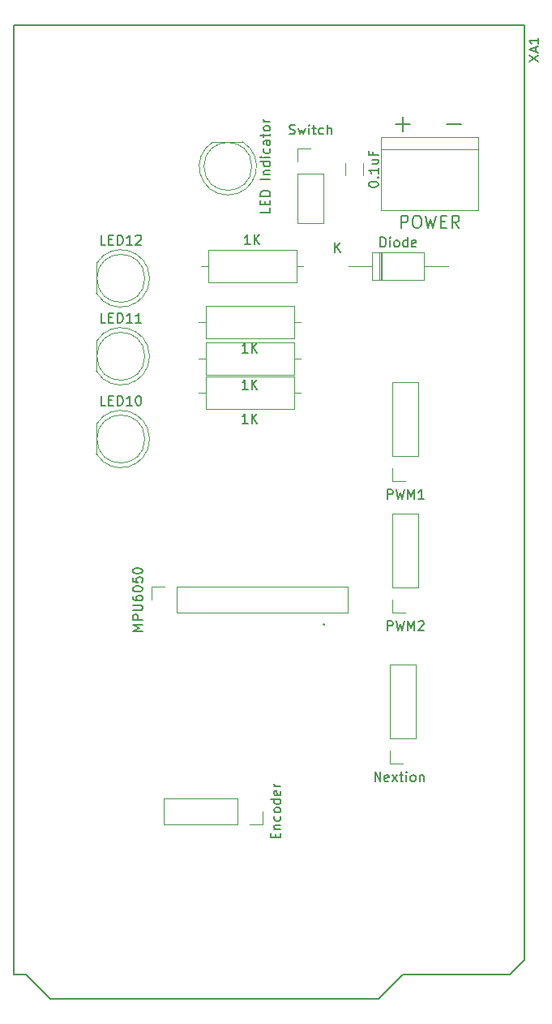
<source format=gbr>
G04 #@! TF.GenerationSoftware,KiCad,Pcbnew,(5.1.2)-2*
G04 #@! TF.CreationDate,2020-09-08T11:20:29+07:00*
G04 #@! TF.ProjectId,Balancing_Robot,42616c61-6e63-4696-9e67-5f526f626f74,rev?*
G04 #@! TF.SameCoordinates,Original*
G04 #@! TF.FileFunction,Legend,Top*
G04 #@! TF.FilePolarity,Positive*
%FSLAX46Y46*%
G04 Gerber Fmt 4.6, Leading zero omitted, Abs format (unit mm)*
G04 Created by KiCad (PCBNEW (5.1.2)-2) date 2020-09-08 11:20:29*
%MOMM*%
%LPD*%
G04 APERTURE LIST*
%ADD10C,0.150000*%
%ADD11C,0.120000*%
G04 APERTURE END LIST*
D10*
X107442095Y-72278857D02*
X108965904Y-72278857D01*
X102108095Y-72278857D02*
X103631904Y-72278857D01*
X102870000Y-73040761D02*
X102870000Y-71516952D01*
X115570000Y-61976000D02*
X115570000Y-159512000D01*
X62230000Y-61976000D02*
X62230000Y-161036000D01*
X115570000Y-159512000D02*
X114046000Y-161036000D01*
X62230000Y-161036000D02*
X63500000Y-161036000D01*
X63500000Y-161036000D02*
X66040000Y-163576000D01*
X66040000Y-163576000D02*
X100330000Y-163576000D01*
X100330000Y-163576000D02*
X102870000Y-161036000D01*
X102870000Y-161036000D02*
X114046000Y-161036000D01*
X115570000Y-61976000D02*
X62230000Y-61976000D01*
D11*
X98710000Y-76353000D02*
X98710000Y-77611000D01*
X96870000Y-76353000D02*
X96870000Y-77611000D01*
X70846000Y-86847000D02*
X70846000Y-89937000D01*
X75906000Y-88392000D02*
G75*
G03X75906000Y-88392000I-2500000J0D01*
G01*
X76396000Y-88392462D02*
G75*
G03X70846000Y-86847170I-2990000J462D01*
G01*
X76396000Y-88391538D02*
G75*
G02X70846000Y-89936830I-2990000J-462D01*
G01*
X76396000Y-96519538D02*
G75*
G02X70846000Y-98064830I-2990000J-462D01*
G01*
X76396000Y-96520462D02*
G75*
G03X70846000Y-94975170I-2990000J462D01*
G01*
X75906000Y-96520000D02*
G75*
G03X75906000Y-96520000I-2500000J0D01*
G01*
X70846000Y-94975000D02*
X70846000Y-98065000D01*
X70846000Y-103611000D02*
X70846000Y-106701000D01*
X75906000Y-105156000D02*
G75*
G03X75906000Y-105156000I-2500000J0D01*
G01*
X76396000Y-105156462D02*
G75*
G03X70846000Y-103611170I-2990000J462D01*
G01*
X76396000Y-105155538D02*
G75*
G02X70846000Y-106700830I-2990000J-462D01*
G01*
X99642000Y-85652000D02*
X99642000Y-88592000D01*
X99642000Y-88592000D02*
X105082000Y-88592000D01*
X105082000Y-88592000D02*
X105082000Y-85652000D01*
X105082000Y-85652000D02*
X99642000Y-85652000D01*
X97152000Y-87122000D02*
X99642000Y-87122000D01*
X107572000Y-87122000D02*
X105082000Y-87122000D01*
X100542000Y-85652000D02*
X100542000Y-88592000D01*
X100662000Y-85652000D02*
X100662000Y-88592000D01*
X100422000Y-85652000D02*
X100422000Y-88592000D01*
X84582462Y-79698000D02*
G75*
G02X83037170Y-74148000I-462J2990000D01*
G01*
X84581538Y-79698000D02*
G75*
G03X86126830Y-74148000I462J2990000D01*
G01*
X87082000Y-76708000D02*
G75*
G03X87082000Y-76708000I-2500000J0D01*
G01*
X86127000Y-74148000D02*
X83037000Y-74148000D01*
X103124000Y-123250000D02*
X101794000Y-123250000D01*
X101794000Y-123250000D02*
X101794000Y-121920000D01*
X101794000Y-120650000D02*
X101794000Y-112970000D01*
X104454000Y-112970000D02*
X101794000Y-112970000D01*
X104454000Y-120650000D02*
X104454000Y-112970000D01*
X104454000Y-120650000D02*
X101794000Y-120650000D01*
X91888000Y-82610000D02*
X94548000Y-82610000D01*
X91888000Y-77470000D02*
X91888000Y-82610000D01*
X94548000Y-77470000D02*
X94548000Y-82610000D01*
X91888000Y-77470000D02*
X94548000Y-77470000D01*
X91888000Y-76200000D02*
X91888000Y-74870000D01*
X91888000Y-74870000D02*
X93218000Y-74870000D01*
X100584000Y-74930000D02*
X110744000Y-74930000D01*
X100584000Y-73660000D02*
X100584000Y-81280000D01*
X100584000Y-81280000D02*
X110744000Y-81280000D01*
X110744000Y-81280000D02*
X110744000Y-73660000D01*
X110744000Y-73660000D02*
X100584000Y-73660000D01*
X104454000Y-106934000D02*
X101794000Y-106934000D01*
X104454000Y-106934000D02*
X104454000Y-99254000D01*
X104454000Y-99254000D02*
X101794000Y-99254000D01*
X101794000Y-106934000D02*
X101794000Y-99254000D01*
X101794000Y-109534000D02*
X101794000Y-108204000D01*
X103124000Y-109534000D02*
X101794000Y-109534000D01*
X88198000Y-144018000D02*
X88198000Y-145348000D01*
X88198000Y-145348000D02*
X86868000Y-145348000D01*
X85598000Y-145348000D02*
X77918000Y-145348000D01*
X77918000Y-142688000D02*
X77918000Y-145348000D01*
X85598000Y-142688000D02*
X77918000Y-142688000D01*
X85598000Y-142688000D02*
X85598000Y-145348000D01*
X79248000Y-123250000D02*
X79248000Y-120590000D01*
X79248000Y-123250000D02*
X97088000Y-123250000D01*
X97088000Y-123250000D02*
X97088000Y-120590000D01*
X79248000Y-120590000D02*
X97088000Y-120590000D01*
X76648000Y-120590000D02*
X77978000Y-120590000D01*
X76648000Y-121920000D02*
X76648000Y-120590000D01*
X104200000Y-136398000D02*
X101540000Y-136398000D01*
X104200000Y-136398000D02*
X104200000Y-128718000D01*
X104200000Y-128718000D02*
X101540000Y-128718000D01*
X101540000Y-136398000D02*
X101540000Y-128718000D01*
X101540000Y-138998000D02*
X101540000Y-137668000D01*
X102870000Y-138998000D02*
X101540000Y-138998000D01*
X91488000Y-94684000D02*
X91488000Y-91244000D01*
X91488000Y-91244000D02*
X82248000Y-91244000D01*
X82248000Y-91244000D02*
X82248000Y-94684000D01*
X82248000Y-94684000D02*
X91488000Y-94684000D01*
X92178000Y-92964000D02*
X91488000Y-92964000D01*
X81558000Y-92964000D02*
X82248000Y-92964000D01*
X81558000Y-96774000D02*
X82248000Y-96774000D01*
X92178000Y-96774000D02*
X91488000Y-96774000D01*
X82248000Y-98494000D02*
X91488000Y-98494000D01*
X82248000Y-95054000D02*
X82248000Y-98494000D01*
X91488000Y-95054000D02*
X82248000Y-95054000D01*
X91488000Y-98494000D02*
X91488000Y-95054000D01*
X91488000Y-102050000D02*
X91488000Y-98610000D01*
X91488000Y-98610000D02*
X82248000Y-98610000D01*
X82248000Y-98610000D02*
X82248000Y-102050000D01*
X82248000Y-102050000D02*
X91488000Y-102050000D01*
X92178000Y-100330000D02*
X91488000Y-100330000D01*
X81558000Y-100330000D02*
X82248000Y-100330000D01*
X92432000Y-87122000D02*
X91742000Y-87122000D01*
X81812000Y-87122000D02*
X82502000Y-87122000D01*
X91742000Y-85402000D02*
X82502000Y-85402000D01*
X91742000Y-88842000D02*
X91742000Y-85402000D01*
X82502000Y-88842000D02*
X91742000Y-88842000D01*
X82502000Y-85402000D02*
X82502000Y-88842000D01*
D10*
X116038380Y-65754095D02*
X117038380Y-65087428D01*
X116038380Y-65087428D02*
X117038380Y-65754095D01*
X116752666Y-64754095D02*
X116752666Y-64277904D01*
X117038380Y-64849333D02*
X116038380Y-64516000D01*
X117038380Y-64182666D01*
X117038380Y-63325523D02*
X117038380Y-63896952D01*
X117038380Y-63611238D02*
X116038380Y-63611238D01*
X116181238Y-63706476D01*
X116276476Y-63801714D01*
X116324095Y-63896952D01*
X94591142Y-124460000D02*
X94638761Y-124412380D01*
X94686380Y-124460000D01*
X94638761Y-124507619D01*
X94591142Y-124460000D01*
X94686380Y-124460000D01*
X99292380Y-78624857D02*
X99292380Y-78529619D01*
X99340000Y-78434380D01*
X99387619Y-78386761D01*
X99482857Y-78339142D01*
X99673333Y-78291523D01*
X99911428Y-78291523D01*
X100101904Y-78339142D01*
X100197142Y-78386761D01*
X100244761Y-78434380D01*
X100292380Y-78529619D01*
X100292380Y-78624857D01*
X100244761Y-78720095D01*
X100197142Y-78767714D01*
X100101904Y-78815333D01*
X99911428Y-78862952D01*
X99673333Y-78862952D01*
X99482857Y-78815333D01*
X99387619Y-78767714D01*
X99340000Y-78720095D01*
X99292380Y-78624857D01*
X100197142Y-77862952D02*
X100244761Y-77815333D01*
X100292380Y-77862952D01*
X100244761Y-77910571D01*
X100197142Y-77862952D01*
X100292380Y-77862952D01*
X100292380Y-76862952D02*
X100292380Y-77434380D01*
X100292380Y-77148666D02*
X99292380Y-77148666D01*
X99435238Y-77243904D01*
X99530476Y-77339142D01*
X99578095Y-77434380D01*
X99625714Y-76005809D02*
X100292380Y-76005809D01*
X99625714Y-76434380D02*
X100149523Y-76434380D01*
X100244761Y-76386761D01*
X100292380Y-76291523D01*
X100292380Y-76148666D01*
X100244761Y-76053428D01*
X100197142Y-76005809D01*
X99768571Y-75196285D02*
X99768571Y-75529619D01*
X100292380Y-75529619D02*
X99292380Y-75529619D01*
X99292380Y-75053428D01*
X71810761Y-84884380D02*
X71334571Y-84884380D01*
X71334571Y-83884380D01*
X72144095Y-84360571D02*
X72477428Y-84360571D01*
X72620285Y-84884380D02*
X72144095Y-84884380D01*
X72144095Y-83884380D01*
X72620285Y-83884380D01*
X73048857Y-84884380D02*
X73048857Y-83884380D01*
X73286952Y-83884380D01*
X73429809Y-83932000D01*
X73525047Y-84027238D01*
X73572666Y-84122476D01*
X73620285Y-84312952D01*
X73620285Y-84455809D01*
X73572666Y-84646285D01*
X73525047Y-84741523D01*
X73429809Y-84836761D01*
X73286952Y-84884380D01*
X73048857Y-84884380D01*
X74572666Y-84884380D02*
X74001238Y-84884380D01*
X74286952Y-84884380D02*
X74286952Y-83884380D01*
X74191714Y-84027238D01*
X74096476Y-84122476D01*
X74001238Y-84170095D01*
X74953619Y-83979619D02*
X75001238Y-83932000D01*
X75096476Y-83884380D01*
X75334571Y-83884380D01*
X75429809Y-83932000D01*
X75477428Y-83979619D01*
X75525047Y-84074857D01*
X75525047Y-84170095D01*
X75477428Y-84312952D01*
X74906000Y-84884380D01*
X75525047Y-84884380D01*
X71810761Y-93012380D02*
X71334571Y-93012380D01*
X71334571Y-92012380D01*
X72144095Y-92488571D02*
X72477428Y-92488571D01*
X72620285Y-93012380D02*
X72144095Y-93012380D01*
X72144095Y-92012380D01*
X72620285Y-92012380D01*
X73048857Y-93012380D02*
X73048857Y-92012380D01*
X73286952Y-92012380D01*
X73429809Y-92060000D01*
X73525047Y-92155238D01*
X73572666Y-92250476D01*
X73620285Y-92440952D01*
X73620285Y-92583809D01*
X73572666Y-92774285D01*
X73525047Y-92869523D01*
X73429809Y-92964761D01*
X73286952Y-93012380D01*
X73048857Y-93012380D01*
X74572666Y-93012380D02*
X74001238Y-93012380D01*
X74286952Y-93012380D02*
X74286952Y-92012380D01*
X74191714Y-92155238D01*
X74096476Y-92250476D01*
X74001238Y-92298095D01*
X75525047Y-93012380D02*
X74953619Y-93012380D01*
X75239333Y-93012380D02*
X75239333Y-92012380D01*
X75144095Y-92155238D01*
X75048857Y-92250476D01*
X74953619Y-92298095D01*
X71810761Y-101648380D02*
X71334571Y-101648380D01*
X71334571Y-100648380D01*
X72144095Y-101124571D02*
X72477428Y-101124571D01*
X72620285Y-101648380D02*
X72144095Y-101648380D01*
X72144095Y-100648380D01*
X72620285Y-100648380D01*
X73048857Y-101648380D02*
X73048857Y-100648380D01*
X73286952Y-100648380D01*
X73429809Y-100696000D01*
X73525047Y-100791238D01*
X73572666Y-100886476D01*
X73620285Y-101076952D01*
X73620285Y-101219809D01*
X73572666Y-101410285D01*
X73525047Y-101505523D01*
X73429809Y-101600761D01*
X73286952Y-101648380D01*
X73048857Y-101648380D01*
X74572666Y-101648380D02*
X74001238Y-101648380D01*
X74286952Y-101648380D02*
X74286952Y-100648380D01*
X74191714Y-100791238D01*
X74096476Y-100886476D01*
X74001238Y-100934095D01*
X75191714Y-100648380D02*
X75286952Y-100648380D01*
X75382190Y-100696000D01*
X75429809Y-100743619D01*
X75477428Y-100838857D01*
X75525047Y-101029333D01*
X75525047Y-101267428D01*
X75477428Y-101457904D01*
X75429809Y-101553142D01*
X75382190Y-101600761D01*
X75286952Y-101648380D01*
X75191714Y-101648380D01*
X75096476Y-101600761D01*
X75048857Y-101553142D01*
X75001238Y-101457904D01*
X74953619Y-101267428D01*
X74953619Y-101029333D01*
X75001238Y-100838857D01*
X75048857Y-100743619D01*
X75096476Y-100696000D01*
X75191714Y-100648380D01*
X100528666Y-85104380D02*
X100528666Y-84104380D01*
X100766761Y-84104380D01*
X100909619Y-84152000D01*
X101004857Y-84247238D01*
X101052476Y-84342476D01*
X101100095Y-84532952D01*
X101100095Y-84675809D01*
X101052476Y-84866285D01*
X101004857Y-84961523D01*
X100909619Y-85056761D01*
X100766761Y-85104380D01*
X100528666Y-85104380D01*
X101528666Y-85104380D02*
X101528666Y-84437714D01*
X101528666Y-84104380D02*
X101481047Y-84152000D01*
X101528666Y-84199619D01*
X101576285Y-84152000D01*
X101528666Y-84104380D01*
X101528666Y-84199619D01*
X102147714Y-85104380D02*
X102052476Y-85056761D01*
X102004857Y-85009142D01*
X101957238Y-84913904D01*
X101957238Y-84628190D01*
X102004857Y-84532952D01*
X102052476Y-84485333D01*
X102147714Y-84437714D01*
X102290571Y-84437714D01*
X102385809Y-84485333D01*
X102433428Y-84532952D01*
X102481047Y-84628190D01*
X102481047Y-84913904D01*
X102433428Y-85009142D01*
X102385809Y-85056761D01*
X102290571Y-85104380D01*
X102147714Y-85104380D01*
X103338190Y-85104380D02*
X103338190Y-84104380D01*
X103338190Y-85056761D02*
X103242952Y-85104380D01*
X103052476Y-85104380D01*
X102957238Y-85056761D01*
X102909619Y-85009142D01*
X102862000Y-84913904D01*
X102862000Y-84628190D01*
X102909619Y-84532952D01*
X102957238Y-84485333D01*
X103052476Y-84437714D01*
X103242952Y-84437714D01*
X103338190Y-84485333D01*
X104195333Y-85056761D02*
X104100095Y-85104380D01*
X103909619Y-85104380D01*
X103814380Y-85056761D01*
X103766761Y-84961523D01*
X103766761Y-84580571D01*
X103814380Y-84485333D01*
X103909619Y-84437714D01*
X104100095Y-84437714D01*
X104195333Y-84485333D01*
X104242952Y-84580571D01*
X104242952Y-84675809D01*
X103766761Y-84771047D01*
X95750095Y-85674380D02*
X95750095Y-84674380D01*
X96321523Y-85674380D02*
X95892952Y-85102952D01*
X96321523Y-84674380D02*
X95750095Y-85245809D01*
X88994380Y-81041333D02*
X88994380Y-81517523D01*
X87994380Y-81517523D01*
X88470571Y-80708000D02*
X88470571Y-80374666D01*
X88994380Y-80231809D02*
X88994380Y-80708000D01*
X87994380Y-80708000D01*
X87994380Y-80231809D01*
X88994380Y-79803238D02*
X87994380Y-79803238D01*
X87994380Y-79565142D01*
X88042000Y-79422285D01*
X88137238Y-79327047D01*
X88232476Y-79279428D01*
X88422952Y-79231809D01*
X88565809Y-79231809D01*
X88756285Y-79279428D01*
X88851523Y-79327047D01*
X88946761Y-79422285D01*
X88994380Y-79565142D01*
X88994380Y-79803238D01*
X88994380Y-78041333D02*
X87994380Y-78041333D01*
X88327714Y-77565142D02*
X88994380Y-77565142D01*
X88422952Y-77565142D02*
X88375333Y-77517523D01*
X88327714Y-77422285D01*
X88327714Y-77279428D01*
X88375333Y-77184190D01*
X88470571Y-77136571D01*
X88994380Y-77136571D01*
X88994380Y-76231809D02*
X87994380Y-76231809D01*
X88946761Y-76231809D02*
X88994380Y-76327047D01*
X88994380Y-76517523D01*
X88946761Y-76612761D01*
X88899142Y-76660380D01*
X88803904Y-76708000D01*
X88518190Y-76708000D01*
X88422952Y-76660380D01*
X88375333Y-76612761D01*
X88327714Y-76517523D01*
X88327714Y-76327047D01*
X88375333Y-76231809D01*
X88994380Y-75755619D02*
X88327714Y-75755619D01*
X87994380Y-75755619D02*
X88042000Y-75803238D01*
X88089619Y-75755619D01*
X88042000Y-75708000D01*
X87994380Y-75755619D01*
X88089619Y-75755619D01*
X88946761Y-74850857D02*
X88994380Y-74946095D01*
X88994380Y-75136571D01*
X88946761Y-75231809D01*
X88899142Y-75279428D01*
X88803904Y-75327047D01*
X88518190Y-75327047D01*
X88422952Y-75279428D01*
X88375333Y-75231809D01*
X88327714Y-75136571D01*
X88327714Y-74946095D01*
X88375333Y-74850857D01*
X88994380Y-73993714D02*
X88470571Y-73993714D01*
X88375333Y-74041333D01*
X88327714Y-74136571D01*
X88327714Y-74327047D01*
X88375333Y-74422285D01*
X88946761Y-73993714D02*
X88994380Y-74088952D01*
X88994380Y-74327047D01*
X88946761Y-74422285D01*
X88851523Y-74469904D01*
X88756285Y-74469904D01*
X88661047Y-74422285D01*
X88613428Y-74327047D01*
X88613428Y-74088952D01*
X88565809Y-73993714D01*
X88327714Y-73660380D02*
X88327714Y-73279428D01*
X87994380Y-73517523D02*
X88851523Y-73517523D01*
X88946761Y-73469904D01*
X88994380Y-73374666D01*
X88994380Y-73279428D01*
X88994380Y-72803238D02*
X88946761Y-72898476D01*
X88899142Y-72946095D01*
X88803904Y-72993714D01*
X88518190Y-72993714D01*
X88422952Y-72946095D01*
X88375333Y-72898476D01*
X88327714Y-72803238D01*
X88327714Y-72660380D01*
X88375333Y-72565142D01*
X88422952Y-72517523D01*
X88518190Y-72469904D01*
X88803904Y-72469904D01*
X88899142Y-72517523D01*
X88946761Y-72565142D01*
X88994380Y-72660380D01*
X88994380Y-72803238D01*
X88994380Y-72041333D02*
X88327714Y-72041333D01*
X88518190Y-72041333D02*
X88422952Y-71993714D01*
X88375333Y-71946095D01*
X88327714Y-71850857D01*
X88327714Y-71755619D01*
X101243047Y-125142380D02*
X101243047Y-124142380D01*
X101624000Y-124142380D01*
X101719238Y-124190000D01*
X101766857Y-124237619D01*
X101814476Y-124332857D01*
X101814476Y-124475714D01*
X101766857Y-124570952D01*
X101719238Y-124618571D01*
X101624000Y-124666190D01*
X101243047Y-124666190D01*
X102147809Y-124142380D02*
X102385904Y-125142380D01*
X102576380Y-124428095D01*
X102766857Y-125142380D01*
X103004952Y-124142380D01*
X103385904Y-125142380D02*
X103385904Y-124142380D01*
X103719238Y-124856666D01*
X104052571Y-124142380D01*
X104052571Y-125142380D01*
X104481142Y-124237619D02*
X104528761Y-124190000D01*
X104624000Y-124142380D01*
X104862095Y-124142380D01*
X104957333Y-124190000D01*
X105004952Y-124237619D01*
X105052571Y-124332857D01*
X105052571Y-124428095D01*
X105004952Y-124570952D01*
X104433523Y-125142380D01*
X105052571Y-125142380D01*
X91003714Y-73302761D02*
X91146571Y-73350380D01*
X91384666Y-73350380D01*
X91479904Y-73302761D01*
X91527523Y-73255142D01*
X91575142Y-73159904D01*
X91575142Y-73064666D01*
X91527523Y-72969428D01*
X91479904Y-72921809D01*
X91384666Y-72874190D01*
X91194190Y-72826571D01*
X91098952Y-72778952D01*
X91051333Y-72731333D01*
X91003714Y-72636095D01*
X91003714Y-72540857D01*
X91051333Y-72445619D01*
X91098952Y-72398000D01*
X91194190Y-72350380D01*
X91432285Y-72350380D01*
X91575142Y-72398000D01*
X91908476Y-72683714D02*
X92098952Y-73350380D01*
X92289428Y-72874190D01*
X92479904Y-73350380D01*
X92670380Y-72683714D01*
X93051333Y-73350380D02*
X93051333Y-72683714D01*
X93051333Y-72350380D02*
X93003714Y-72398000D01*
X93051333Y-72445619D01*
X93098952Y-72398000D01*
X93051333Y-72350380D01*
X93051333Y-72445619D01*
X93384666Y-72683714D02*
X93765619Y-72683714D01*
X93527523Y-72350380D02*
X93527523Y-73207523D01*
X93575142Y-73302761D01*
X93670380Y-73350380D01*
X93765619Y-73350380D01*
X94527523Y-73302761D02*
X94432285Y-73350380D01*
X94241809Y-73350380D01*
X94146571Y-73302761D01*
X94098952Y-73255142D01*
X94051333Y-73159904D01*
X94051333Y-72874190D01*
X94098952Y-72778952D01*
X94146571Y-72731333D01*
X94241809Y-72683714D01*
X94432285Y-72683714D01*
X94527523Y-72731333D01*
X94956095Y-73350380D02*
X94956095Y-72350380D01*
X95384666Y-73350380D02*
X95384666Y-72826571D01*
X95337047Y-72731333D01*
X95241809Y-72683714D01*
X95098952Y-72683714D01*
X95003714Y-72731333D01*
X94956095Y-72778952D01*
X102661619Y-83138095D02*
X102661619Y-81838095D01*
X103156857Y-81838095D01*
X103280666Y-81900000D01*
X103342571Y-81961904D01*
X103404476Y-82085714D01*
X103404476Y-82271428D01*
X103342571Y-82395238D01*
X103280666Y-82457142D01*
X103156857Y-82519047D01*
X102661619Y-82519047D01*
X104209238Y-81838095D02*
X104456857Y-81838095D01*
X104580666Y-81900000D01*
X104704476Y-82023809D01*
X104766380Y-82271428D01*
X104766380Y-82704761D01*
X104704476Y-82952380D01*
X104580666Y-83076190D01*
X104456857Y-83138095D01*
X104209238Y-83138095D01*
X104085428Y-83076190D01*
X103961619Y-82952380D01*
X103899714Y-82704761D01*
X103899714Y-82271428D01*
X103961619Y-82023809D01*
X104085428Y-81900000D01*
X104209238Y-81838095D01*
X105199714Y-81838095D02*
X105509238Y-83138095D01*
X105756857Y-82209523D01*
X106004476Y-83138095D01*
X106314000Y-81838095D01*
X106809238Y-82457142D02*
X107242571Y-82457142D01*
X107428285Y-83138095D02*
X106809238Y-83138095D01*
X106809238Y-81838095D01*
X107428285Y-81838095D01*
X108728285Y-83138095D02*
X108294952Y-82519047D01*
X107985428Y-83138095D02*
X107985428Y-81838095D01*
X108480666Y-81838095D01*
X108604476Y-81900000D01*
X108666380Y-81961904D01*
X108728285Y-82085714D01*
X108728285Y-82271428D01*
X108666380Y-82395238D01*
X108604476Y-82457142D01*
X108480666Y-82519047D01*
X107985428Y-82519047D01*
X101243047Y-111426380D02*
X101243047Y-110426380D01*
X101624000Y-110426380D01*
X101719238Y-110474000D01*
X101766857Y-110521619D01*
X101814476Y-110616857D01*
X101814476Y-110759714D01*
X101766857Y-110854952D01*
X101719238Y-110902571D01*
X101624000Y-110950190D01*
X101243047Y-110950190D01*
X102147809Y-110426380D02*
X102385904Y-111426380D01*
X102576380Y-110712095D01*
X102766857Y-111426380D01*
X103004952Y-110426380D01*
X103385904Y-111426380D02*
X103385904Y-110426380D01*
X103719238Y-111140666D01*
X104052571Y-110426380D01*
X104052571Y-111426380D01*
X105052571Y-111426380D02*
X104481142Y-111426380D01*
X104766857Y-111426380D02*
X104766857Y-110426380D01*
X104671619Y-110569238D01*
X104576380Y-110664476D01*
X104481142Y-110712095D01*
X89566571Y-146756095D02*
X89566571Y-146422761D01*
X90090380Y-146279904D02*
X90090380Y-146756095D01*
X89090380Y-146756095D01*
X89090380Y-146279904D01*
X89423714Y-145851333D02*
X90090380Y-145851333D01*
X89518952Y-145851333D02*
X89471333Y-145803714D01*
X89423714Y-145708476D01*
X89423714Y-145565619D01*
X89471333Y-145470380D01*
X89566571Y-145422761D01*
X90090380Y-145422761D01*
X90042761Y-144518000D02*
X90090380Y-144613238D01*
X90090380Y-144803714D01*
X90042761Y-144898952D01*
X89995142Y-144946571D01*
X89899904Y-144994190D01*
X89614190Y-144994190D01*
X89518952Y-144946571D01*
X89471333Y-144898952D01*
X89423714Y-144803714D01*
X89423714Y-144613238D01*
X89471333Y-144518000D01*
X90090380Y-143946571D02*
X90042761Y-144041809D01*
X89995142Y-144089428D01*
X89899904Y-144137047D01*
X89614190Y-144137047D01*
X89518952Y-144089428D01*
X89471333Y-144041809D01*
X89423714Y-143946571D01*
X89423714Y-143803714D01*
X89471333Y-143708476D01*
X89518952Y-143660857D01*
X89614190Y-143613238D01*
X89899904Y-143613238D01*
X89995142Y-143660857D01*
X90042761Y-143708476D01*
X90090380Y-143803714D01*
X90090380Y-143946571D01*
X90090380Y-142756095D02*
X89090380Y-142756095D01*
X90042761Y-142756095D02*
X90090380Y-142851333D01*
X90090380Y-143041809D01*
X90042761Y-143137047D01*
X89995142Y-143184666D01*
X89899904Y-143232285D01*
X89614190Y-143232285D01*
X89518952Y-143184666D01*
X89471333Y-143137047D01*
X89423714Y-143041809D01*
X89423714Y-142851333D01*
X89471333Y-142756095D01*
X90042761Y-141898952D02*
X90090380Y-141994190D01*
X90090380Y-142184666D01*
X90042761Y-142279904D01*
X89947523Y-142327523D01*
X89566571Y-142327523D01*
X89471333Y-142279904D01*
X89423714Y-142184666D01*
X89423714Y-141994190D01*
X89471333Y-141898952D01*
X89566571Y-141851333D01*
X89661809Y-141851333D01*
X89757047Y-142327523D01*
X90090380Y-141422761D02*
X89423714Y-141422761D01*
X89614190Y-141422761D02*
X89518952Y-141375142D01*
X89471333Y-141327523D01*
X89423714Y-141232285D01*
X89423714Y-141137047D01*
X75660380Y-125181904D02*
X74660380Y-125181904D01*
X75374666Y-124848571D01*
X74660380Y-124515238D01*
X75660380Y-124515238D01*
X75660380Y-124039047D02*
X74660380Y-124039047D01*
X74660380Y-123658095D01*
X74708000Y-123562857D01*
X74755619Y-123515238D01*
X74850857Y-123467619D01*
X74993714Y-123467619D01*
X75088952Y-123515238D01*
X75136571Y-123562857D01*
X75184190Y-123658095D01*
X75184190Y-124039047D01*
X74660380Y-123039047D02*
X75469904Y-123039047D01*
X75565142Y-122991428D01*
X75612761Y-122943809D01*
X75660380Y-122848571D01*
X75660380Y-122658095D01*
X75612761Y-122562857D01*
X75565142Y-122515238D01*
X75469904Y-122467619D01*
X74660380Y-122467619D01*
X74660380Y-121562857D02*
X74660380Y-121753333D01*
X74708000Y-121848571D01*
X74755619Y-121896190D01*
X74898476Y-121991428D01*
X75088952Y-122039047D01*
X75469904Y-122039047D01*
X75565142Y-121991428D01*
X75612761Y-121943809D01*
X75660380Y-121848571D01*
X75660380Y-121658095D01*
X75612761Y-121562857D01*
X75565142Y-121515238D01*
X75469904Y-121467619D01*
X75231809Y-121467619D01*
X75136571Y-121515238D01*
X75088952Y-121562857D01*
X75041333Y-121658095D01*
X75041333Y-121848571D01*
X75088952Y-121943809D01*
X75136571Y-121991428D01*
X75231809Y-122039047D01*
X74660380Y-120848571D02*
X74660380Y-120753333D01*
X74708000Y-120658095D01*
X74755619Y-120610476D01*
X74850857Y-120562857D01*
X75041333Y-120515238D01*
X75279428Y-120515238D01*
X75469904Y-120562857D01*
X75565142Y-120610476D01*
X75612761Y-120658095D01*
X75660380Y-120753333D01*
X75660380Y-120848571D01*
X75612761Y-120943809D01*
X75565142Y-120991428D01*
X75469904Y-121039047D01*
X75279428Y-121086666D01*
X75041333Y-121086666D01*
X74850857Y-121039047D01*
X74755619Y-120991428D01*
X74708000Y-120943809D01*
X74660380Y-120848571D01*
X74660380Y-119610476D02*
X74660380Y-120086666D01*
X75136571Y-120134285D01*
X75088952Y-120086666D01*
X75041333Y-119991428D01*
X75041333Y-119753333D01*
X75088952Y-119658095D01*
X75136571Y-119610476D01*
X75231809Y-119562857D01*
X75469904Y-119562857D01*
X75565142Y-119610476D01*
X75612761Y-119658095D01*
X75660380Y-119753333D01*
X75660380Y-119991428D01*
X75612761Y-120086666D01*
X75565142Y-120134285D01*
X74660380Y-118943809D02*
X74660380Y-118848571D01*
X74708000Y-118753333D01*
X74755619Y-118705714D01*
X74850857Y-118658095D01*
X75041333Y-118610476D01*
X75279428Y-118610476D01*
X75469904Y-118658095D01*
X75565142Y-118705714D01*
X75612761Y-118753333D01*
X75660380Y-118848571D01*
X75660380Y-118943809D01*
X75612761Y-119039047D01*
X75565142Y-119086666D01*
X75469904Y-119134285D01*
X75279428Y-119181904D01*
X75041333Y-119181904D01*
X74850857Y-119134285D01*
X74755619Y-119086666D01*
X74708000Y-119039047D01*
X74660380Y-118943809D01*
X99941428Y-140890380D02*
X99941428Y-139890380D01*
X100512857Y-140890380D01*
X100512857Y-139890380D01*
X101370000Y-140842761D02*
X101274761Y-140890380D01*
X101084285Y-140890380D01*
X100989047Y-140842761D01*
X100941428Y-140747523D01*
X100941428Y-140366571D01*
X100989047Y-140271333D01*
X101084285Y-140223714D01*
X101274761Y-140223714D01*
X101370000Y-140271333D01*
X101417619Y-140366571D01*
X101417619Y-140461809D01*
X100941428Y-140557047D01*
X101750952Y-140890380D02*
X102274761Y-140223714D01*
X101750952Y-140223714D02*
X102274761Y-140890380D01*
X102512857Y-140223714D02*
X102893809Y-140223714D01*
X102655714Y-139890380D02*
X102655714Y-140747523D01*
X102703333Y-140842761D01*
X102798571Y-140890380D01*
X102893809Y-140890380D01*
X103227142Y-140890380D02*
X103227142Y-140223714D01*
X103227142Y-139890380D02*
X103179523Y-139938000D01*
X103227142Y-139985619D01*
X103274761Y-139938000D01*
X103227142Y-139890380D01*
X103227142Y-139985619D01*
X103846190Y-140890380D02*
X103750952Y-140842761D01*
X103703333Y-140795142D01*
X103655714Y-140699904D01*
X103655714Y-140414190D01*
X103703333Y-140318952D01*
X103750952Y-140271333D01*
X103846190Y-140223714D01*
X103989047Y-140223714D01*
X104084285Y-140271333D01*
X104131904Y-140318952D01*
X104179523Y-140414190D01*
X104179523Y-140699904D01*
X104131904Y-140795142D01*
X104084285Y-140842761D01*
X103989047Y-140890380D01*
X103846190Y-140890380D01*
X104608095Y-140223714D02*
X104608095Y-140890380D01*
X104608095Y-140318952D02*
X104655714Y-140271333D01*
X104750952Y-140223714D01*
X104893809Y-140223714D01*
X104989047Y-140271333D01*
X105036666Y-140366571D01*
X105036666Y-140890380D01*
X86653714Y-96136380D02*
X86082285Y-96136380D01*
X86368000Y-96136380D02*
X86368000Y-95136380D01*
X86272761Y-95279238D01*
X86177523Y-95374476D01*
X86082285Y-95422095D01*
X87082285Y-96136380D02*
X87082285Y-95136380D01*
X87653714Y-96136380D02*
X87225142Y-95564952D01*
X87653714Y-95136380D02*
X87082285Y-95707809D01*
X86653714Y-99946380D02*
X86082285Y-99946380D01*
X86368000Y-99946380D02*
X86368000Y-98946380D01*
X86272761Y-99089238D01*
X86177523Y-99184476D01*
X86082285Y-99232095D01*
X87082285Y-99946380D02*
X87082285Y-98946380D01*
X87653714Y-99946380D02*
X87225142Y-99374952D01*
X87653714Y-98946380D02*
X87082285Y-99517809D01*
X86653714Y-103502380D02*
X86082285Y-103502380D01*
X86368000Y-103502380D02*
X86368000Y-102502380D01*
X86272761Y-102645238D01*
X86177523Y-102740476D01*
X86082285Y-102788095D01*
X87082285Y-103502380D02*
X87082285Y-102502380D01*
X87653714Y-103502380D02*
X87225142Y-102930952D01*
X87653714Y-102502380D02*
X87082285Y-103073809D01*
X86907714Y-84854380D02*
X86336285Y-84854380D01*
X86622000Y-84854380D02*
X86622000Y-83854380D01*
X86526761Y-83997238D01*
X86431523Y-84092476D01*
X86336285Y-84140095D01*
X87336285Y-84854380D02*
X87336285Y-83854380D01*
X87907714Y-84854380D02*
X87479142Y-84282952D01*
X87907714Y-83854380D02*
X87336285Y-84425809D01*
M02*

</source>
